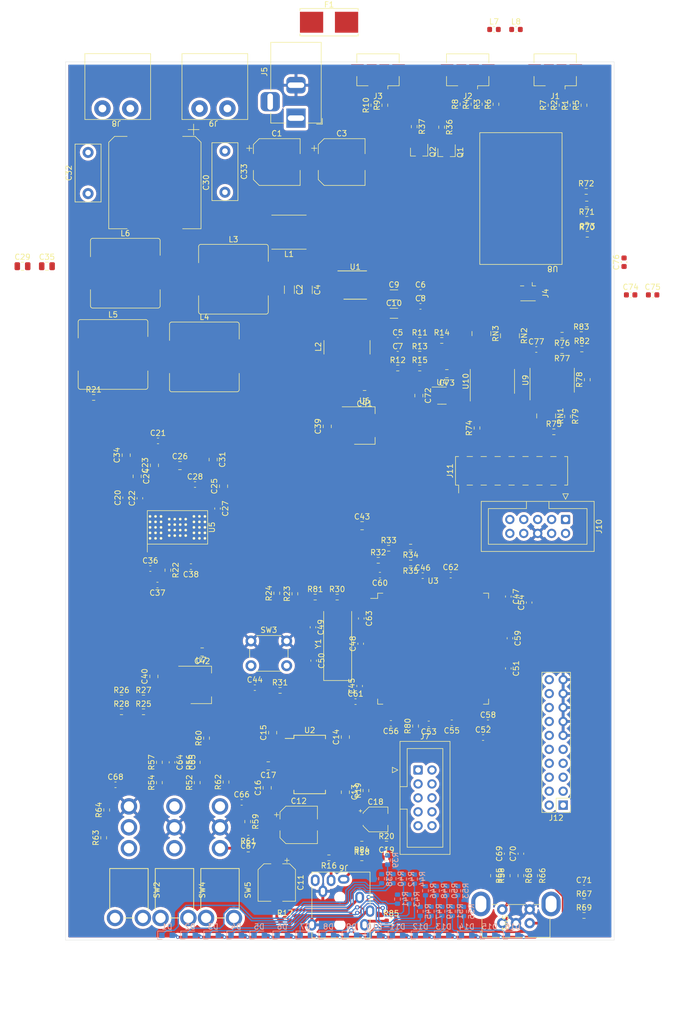
<source format=kicad_pcb>
(kicad_pcb (version 20201116) (generator pcbnew)

  (general
    (thickness 1.6)
  )

  (paper "A4")
  (layers
    (0 "F.Cu" signal)
    (31 "B.Cu" signal)
    (32 "B.Adhes" user "B.Adhesive")
    (33 "F.Adhes" user "F.Adhesive")
    (34 "B.Paste" user)
    (35 "F.Paste" user)
    (36 "B.SilkS" user "B.Silkscreen")
    (37 "F.SilkS" user "F.Silkscreen")
    (38 "B.Mask" user)
    (39 "F.Mask" user)
    (40 "Dwgs.User" user "User.Drawings")
    (41 "Cmts.User" user "User.Comments")
    (42 "Eco1.User" user "User.Eco1")
    (43 "Eco2.User" user "User.Eco2")
    (44 "Edge.Cuts" user)
    (45 "Margin" user)
    (46 "B.CrtYd" user "B.Courtyard")
    (47 "F.CrtYd" user "F.Courtyard")
    (48 "B.Fab" user)
    (49 "F.Fab" user)
  )

  (setup
    (stackup
      (layer "F.SilkS" (type "Top Silk Screen"))
      (layer "F.Paste" (type "Top Solder Paste"))
      (layer "F.Mask" (type "Top Solder Mask") (color "Green") (thickness 0.01))
      (layer "F.Cu" (type "copper") (thickness 0.035))
      (layer "dielectric 1" (type "core") (thickness 1.51) (material "FR4") (epsilon_r 4.5) (loss_tangent 0.02))
      (layer "B.Cu" (type "copper") (thickness 0.035))
      (layer "B.Mask" (type "Bottom Solder Mask") (color "Green") (thickness 0.01))
      (layer "B.Paste" (type "Bottom Solder Paste"))
      (layer "B.SilkS" (type "Bottom Silk Screen"))
      (copper_finish "None")
      (dielectric_constraints no)
    )
    (pcbplotparams
      (layerselection 0x00010fc_ffffffff)
      (disableapertmacros false)
      (usegerberextensions false)
      (usegerberattributes true)
      (usegerberadvancedattributes true)
      (creategerberjobfile true)
      (svguseinch false)
      (svgprecision 6)
      (excludeedgelayer true)
      (plotframeref false)
      (viasonmask false)
      (mode 1)
      (useauxorigin false)
      (hpglpennumber 1)
      (hpglpenspeed 20)
      (hpglpendiameter 15.000000)
      (psnegative false)
      (psa4output false)
      (plotreference true)
      (plotvalue true)
      (plotinvisibletext false)
      (sketchpadsonfab false)
      (subtractmaskfromsilk false)
      (outputformat 1)
      (mirror false)
      (drillshape 1)
      (scaleselection 1)
      (outputdirectory "")
    )
  )


  (net 0 "")
  (net 1 "/~SPK_FAULT")
  (net 2 "/Processor/~RST")
  (net 3 "/Processor/GPIO_I2S_WS")
  (net 4 "/Processor/SWCLK")
  (net 5 "/~SPK_SD")
  (net 6 "/HP_DETECT")
  (net 7 "+5V")
  (net 8 "/Processor/GPIO_I2S_SDO")
  (net 9 "/Processor/SWDIO")
  (net 10 "/BT_MFB")
  (net 11 "/MIC2")
  (net 12 "GND")
  (net 13 "Net-(R58-Pad2)")
  (net 14 "Net-(R59-Pad2)")
  (net 15 "/MIC1")
  (net 16 "Net-(D1-Pad1)")
  (net 17 "Net-(C31-Pad1)")
  (net 18 "Net-(C25-Pad2)")
  (net 19 "Net-(C24-Pad2)")
  (net 20 "Net-(C24-Pad1)")
  (net 21 "Net-(C25-Pad1)")
  (net 22 "Net-(C1-Pad1)")
  (net 23 "/19V_ANALOG")
  (net 24 "Net-(C5-Pad1)")
  (net 25 "Net-(C6-Pad1)")
  (net 26 "Net-(C7-Pad1)")
  (net 27 "Net-(C7-Pad2)")
  (net 28 "Net-(C8-Pad1)")
  (net 29 "+3.3VA")
  (net 30 "Net-(C11-Pad1)")
  (net 31 "Net-(C11-Pad2)")
  (net 32 "Net-(C12-Pad1)")
  (net 33 "Net-(C12-Pad2)")
  (net 34 "Net-(C13-Pad1)")
  (net 35 "/Speaker Amplifier/3.3V")
  (net 36 "Net-(C18-Pad1)")
  (net 37 "Net-(C18-Pad2)")
  (net 38 "Net-(C20-Pad1)")
  (net 39 "Net-(C23-Pad1)")
  (net 40 "Net-(C23-Pad2)")
  (net 41 "Net-(C26-Pad1)")
  (net 42 "Net-(C26-Pad2)")
  (net 43 "Net-(C29-Pad1)")
  (net 44 "Net-(C32-Pad1)")
  (net 45 "Net-(C33-Pad1)")
  (net 46 "Net-(C36-Pad1)")
  (net 47 "Net-(C36-Pad2)")
  (net 48 "Net-(C37-Pad1)")
  (net 49 "Net-(F1-Pad2)")
  (net 50 "Net-(J1-Pad1)")
  (net 51 "Net-(J1-Pad2)")
  (net 52 "Net-(J1-Pad3)")
  (net 53 "/Processor/GPIO_I2S_SDI")
  (net 54 "Net-(J2-Pad1)")
  (net 55 "Net-(J2-Pad2)")
  (net 56 "Net-(J2-Pad3)")
  (net 57 "/Processor/GPIO_I2S_CK")
  (net 58 "no_connect_271")
  (net 59 "Net-(J3-Pad2)")
  (net 60 "Net-(J3-Pad3)")
  (net 61 "no_connect_273")
  (net 62 "no_connect_274")
  (net 63 "/Processor/USB1_DETECT")
  (net 64 "/Processor/USB1_DM")
  (net 65 "/Processor/USB2_DETECT")
  (net 66 "/Processor/USB2_DM")
  (net 67 "/Processor/USB1_DP")
  (net 68 "/Processor/USB2_DP")
  (net 69 "/Bluetooth/USB3_DM")
  (net 70 "/Bluetooth/USB3_DP")
  (net 71 "Net-(R11-Pad1)")
  (net 72 "Net-(R13-Pad1)")
  (net 73 "Net-(R18-Pad2)")
  (net 74 "Net-(R19-Pad2)")
  (net 75 "Net-(R22-Pad1)")
  (net 76 "no_connect_276")
  (net 77 "Net-(D2-Pad1)")
  (net 78 "/BT2")
  (net 79 "/Processor/GPIO_I2S_MCK")
  (net 80 "Net-(J4-Pad1)")
  (net 81 "Net-(J4-Pad2)")
  (net 82 "/BT_SPI{slash}~PCM")
  (net 83 "Net-(R25-Pad2)")
  (net 84 "/Processor/GPIO_SPI_MISO")
  (net 85 "/Processor/EXT_READY")
  (net 86 "/Processor/GPIO_SPI_SCK")
  (net 87 "/Processor/GPIO_SPI_~SS")
  (net 88 "/SDO")
  (net 89 "Net-(R26-Pad2)")
  (net 90 "Net-(D3-Pad1)")
  (net 91 "/Processor/AMP_READY")
  (net 92 "+3V3")
  (net 93 "/BT_P18")
  (net 94 "/BT_P21")
  (net 95 "no_connect_214")
  (net 96 "Net-(C49-Pad2)")
  (net 97 "Net-(C50-Pad2)")
  (net 98 "/Bluetooth/SCL_1V8")
  (net 99 "/AMP_I2S_SDI")
  (net 100 "/AMP_I2S_SDO")
  (net 101 "/BT_P17")
  (net 102 "no_connect_275")
  (net 103 "no_connect_252")
  (net 104 "no_connect_259")
  (net 105 "no_connect_260")
  (net 106 "Net-(J1-Pad5)")
  (net 107 "no_connect_261")
  (net 108 "no_connect_262")
  (net 109 "Net-(R27-Pad2)")
  (net 110 "Net-(R28-Pad2)")
  (net 111 "no_connect_264")
  (net 112 "no_connect_265")
  (net 113 "no_connect_263")
  (net 114 "no_connect_254")
  (net 115 "no_connect_255")
  (net 116 "no_connect_283")
  (net 117 "no_connect_284")
  (net 118 "no_connect_285")
  (net 119 "no_connect_213")
  (net 120 "Net-(J2-Pad5)")
  (net 121 "no_connect_256")
  (net 122 "/AMP_I2S_CK")
  (net 123 "no_connect_218")
  (net 124 "Net-(C52-Pad1)")
  (net 125 "no_connect_216")
  (net 126 "/BT_P16")
  (net 127 "/BT_P6")
  (net 128 "/BT_P7")
  (net 129 "no_connect_225")
  (net 130 "no_connect_226")
  (net 131 "/AMP_I2S_MCK")
  (net 132 "no_connect_227")
  (net 133 "no_connect_228")
  (net 134 "no_connect_230")
  (net 135 "no_connect_231")
  (net 136 "/Bluetooth/SDA_1V8")
  (net 137 "Net-(C54-Pad1)")
  (net 138 "/BT_I2S_WS")
  (net 139 "no_connect_257")
  (net 140 "no_connect_258")
  (net 141 "no_connect_253")
  (net 142 "no_connect_266")
  (net 143 "no_connect_270")
  (net 144 "no_connect_267")
  (net 145 "no_connect_278")
  (net 146 "no_connect_268")
  (net 147 "no_connect_269")
  (net 148 "no_connect_229")
  (net 149 "no_connect_220")
  (net 150 "no_connect_221")
  (net 151 "no_connect_222")
  (net 152 "/BT_I2S_CK")
  (net 153 "/BT_I2S_SDO")
  (net 154 "no_connect_223")
  (net 155 "/AMP_I2S_WS")
  (net 156 "Net-(J11-Pad4)")
  (net 157 "Net-(J11-Pad6)")
  (net 158 "Net-(R52-Pad2)")
  (net 159 "Net-(D4-Pad1)")
  (net 160 "Net-(R54-Pad2)")
  (net 161 "no_connect_224")
  (net 162 "no_connect_279")
  (net 163 "no_connect_280")
  (net 164 "no_connect_281")
  (net 165 "no_connect_282")
  (net 166 "no_connect_277")
  (net 167 "no_connect_219")
  (net 168 "no_connect_232")
  (net 169 "no_connect_236")
  (net 170 "/Processor/GPIO_SPI_MOSI")
  (net 171 "no_connect_233")
  (net 172 "no_connect_234")
  (net 173 "Net-(J11-Pad8)")
  (net 174 "no_connect_217")
  (net 175 "/Bluetooth/3V3_BT")
  (net 176 "no_connect_235")
  (net 177 "no_connect_272")
  (net 178 "no_connect_237")
  (net 179 "no_connect_215")
  (net 180 "/Bluetooth/1V8_BT")
  (net 181 "/Bluetooth/SDO_3V3")
  (net 182 "Net-(J11-Pad10)")
  (net 183 "/Bluetooth/P29_1V8")
  (net 184 "/Bluetooth/P30_1V8")
  (net 185 "/Bluetooth/P18_1V8")
  (net 186 "/Bluetooth/P31_1V8")
  (net 187 "/Bluetooth/P8_1V8")
  (net 188 "/Bluetooth/P9_1V8")
  (net 189 "Net-(J11-Pad12)")
  (net 190 "/Bluetooth/P21_1V8")
  (net 191 "/Bluetooth/SPI{slash}~PCM_1V8")
  (net 192 "/Bluetooth/SDO_1V8")
  (net 193 "/SCL_1")
  (net 194 "/Bluetooth/SDI_1V8")
  (net 195 "/AMP_I2C_SDA")
  (net 196 "Net-(R79-Pad1)")
  (net 197 "Net-(RN1-Pad1)")
  (net 198 "Net-(RN1-Pad2)")
  (net 199 "Net-(RN1-Pad3)")
  (net 200 "Net-(RN1-Pad4)")
  (net 201 "Net-(RN2-Pad5)")
  (net 202 "Net-(R32-Pad2)")
  (net 203 "Net-(RN2-Pad6)")
  (net 204 "no_connect_238")
  (net 205 "no_connect_248")
  (net 206 "no_connect_249")
  (net 207 "no_connect_250")
  (net 208 "/Bluetooth/CK_1V8")
  (net 209 "/Bluetooth/WS_1V8")
  (net 210 "Net-(R60-Pad2)")
  (net 211 "Net-(D5-Pad1)")
  (net 212 "Net-(R63-Pad2)")
  (net 213 "Net-(D6-Pad1)")
  (net 214 "Net-(D7-Pad1)")
  (net 215 "Net-(D8-Pad1)")
  (net 216 "Net-(D9-Pad1)")
  (net 217 "Net-(D10-Pad1)")
  (net 218 "Net-(D11-Pad1)")
  (net 219 "Net-(D12-Pad1)")
  (net 220 "Net-(D13-Pad1)")
  (net 221 "Net-(D14-Pad1)")
  (net 222 "Net-(D15-Pad1)")
  (net 223 "Net-(D16-Pad1)")
  (net 224 "Net-(RN2-Pad7)")
  (net 225 "/VOL0")
  (net 226 "/VOL1")
  (net 227 "/VOL2")
  (net 228 "/VOL3")
  (net 229 "/VOL4")
  (net 230 "/VOL5")
  (net 231 "/VOL6")
  (net 232 "/VOL7")
  (net 233 "/VOL8")
  (net 234 "/VOL9")
  (net 235 "/VOL10")
  (net 236 "/VOL11")
  (net 237 "/VOL12")
  (net 238 "/VOL13")
  (net 239 "/VOL14")
  (net 240 "/BT1")
  (net 241 "/VOL15")
  (net 242 "/ENC_SW")
  (net 243 "Net-(R66-Pad2)")
  (net 244 "/PWR")
  (net 245 "Net-(R67-Pad2)")
  (net 246 "/ENC_A")
  (net 247 "/ENC_B")
  (net 248 "Net-(R30-Pad2)")
  (net 249 "Net-(R80-Pad2)")
  (net 250 "Net-(R82-Pad1)")
  (net 251 "Net-(J6-PadS)")
  (net 252 "Net-(J6-PadR2)")
  (net 253 "Net-(R83-Pad1)")
  (net 254 "no_connect_251")
  (net 255 "/IR")
  (net 256 "/FRONT_SCLK")
  (net 257 "/FRONT_RCLK")
  (net 258 "/FRONT_MOSI")
  (net 259 "no_connect_239")
  (net 260 "no_connect_240")
  (net 261 "/FRONT_~RST")
  (net 262 "no_connect_241")
  (net 263 "Net-(RN2-Pad8)")
  (net 264 "Net-(RN3-Pad5)")
  (net 265 "no_connect_242")
  (net 266 "no_connect_243")
  (net 267 "Net-(RN3-Pad6)")
  (net 268 "Net-(RN3-Pad7)")
  (net 269 "Net-(RN3-Pad8)")
  (net 270 "no_connect_244")
  (net 271 "/SDO_1")
  (net 272 "/SCL")
  (net 273 "/SDA")
  (net 274 "no_connect_245")
  (net 275 "/Bluetooth/P17_1V8")
  (net 276 "/Bluetooth/P16_1V8")
  (net 277 "/Bluetooth/P7_1V8")
  (net 278 "/Bluetooth/P6_1V8")
  (net 279 "/P31")
  (net 280 "/P8")
  (net 281 "/P9")
  (net 282 "/P29")
  (net 283 "/P30")
  (net 284 "no_connect_246")
  (net 285 "no_connect_247")

  (footprint "Resistor_SMD:R_0603_1608Metric" (layer "F.Cu") (at 137.45 32.725 90))

  (footprint "Resistor_SMD:R_0603_1608Metric" (layer "F.Cu") (at 139.45 32.725 90))

  (footprint "Resistor_SMD:R_0603_1608Metric" (layer "F.Cu") (at 143.45 32.725 90))

  (footprint "Resistor_SMD:R_0603_1608Metric" (layer "F.Cu") (at 157.5 32.9 90))

  (footprint "Connector_USB:USB_Micro-B_Amphenol_10104110_Horizontal" (layer "F.Cu") (at 138.3 27.7 180))

  (footprint "Package_QFP:LQFP-144_20x20mm_P0.5mm" (layer "F.Cu") (at 132 131.9))

  (footprint "Connector_USB:USB_Micro-B_Amphenol_10104110_Horizontal" (layer "F.Cu") (at 121.95 27.7 180))

  (footprint "Resistor_SMD:R_0603_1608Metric" (layer "F.Cu") (at 159.5 32.9 90))

  (footprint "Resistor_SMD:R_0603_1608Metric" (layer "F.Cu") (at 153.5 32.9 90))

  (footprint "Resistor_SMD:R_0603_1608Metric" (layer "F.Cu") (at 123.2 32.9 90))

  (footprint "Resistor_SMD:R_0603_1608Metric" (layer "F.Cu") (at 155.5 32.9 90))

  (footprint "Resistor_SMD:R_0603_1608Metric" (layer "F.Cu") (at 141.45 32.725 90))

  (footprint "Package_SO:SSOP-28_5.3x10.2mm_P0.65mm" (layer "F.Cu") (at 109.5 153))

  (footprint "Package_SO:Diodes_SO-8EP" (layer "F.Cu") (at 117.8025 65.655))

  (footprint "Connector_USB:USB_Micro-B_Amphenol_10104110_Horizontal" (layer "F.Cu") (at 154.25 27.7 180))

  (footprint "Resistor_SMD:R_0603_1608Metric" (layer "F.Cu") (at 121.2 32.9 90))

  (footprint "Connector_BarrelJack:BarrelJack_Horizontal" (layer "F.Cu") (at 107 35.25 -90))

  (footprint "Capacitor_SMD:C_0805_2012Metric" (layer "F.Cu") (at 116 158.05 -90))

  (footprint "Capacitor_SMD:C_0805_2012Metric" (layer "F.Cu") (at 116 148 90))

  (footprint "Capacitor_SMD:C_0805_2012Metric" (layer "F.Cu") (at 102.75 147.2 90))

  (footprint "Resistor_SMD:R_0603_1608Metric" (layer "F.Cu") (at 113 170 180))

  (footprint "Resistor_SMD:R_0603_1608Metric" (layer "F.Cu") (at 105 181.5))

  (footprint "Capacitor_SMD:C_0805_2012Metric" (layer "F.Cu") (at 101.75 157.25 90))

  (footprint "Capacitor_SMD:C_0805_2012Metric" (layer "F.Cu") (at 101.95 153.25 180))

  (footprint "Capacitor_SMD:C_0603_1608Metric" (layer "F.Cu") (at 125.55 75.75))

  (footprint "Capacitor_SMD:C_0603_1608Metric" (layer "F.Cu") (at 125.55 78.26))

  (footprint "Resistor_SMD:R_0603_1608Metric" (layer "F.Cu") (at 129.56 75.75))

  (footprint "Resistor_SMD:R_0603_1608Metric" (layer "F.Cu") (at 125.55 80.77))

  (footprint "Resistor_SMD:R_0603_1608Metric" (layer "F.Cu") (at 129.56 78.26))

  (footprint "Resistor_SMD:R_0603_1608Metric" (layer "F.Cu") (at 133.57 75.75))

  (footprint "Resistor_SMD:R_0603_1608Metric" (layer "F.Cu") (at 129.56 80.77))

  (footprint "Resistor_SMD:R_0603_1608Metric" (layer "F.Cu") (at 119.75 157.75 90))

  (footprint "Resistor_SMD:R_0603_1608Metric" (layer "F.Cu") (at 123.5 167.5))

  (footprint "Resistor_SMD:R_0603_1608Metric" (layer "F.Cu") (at 119 167.5 180))

  (footprint "Capacitor_SMD:CP_Elec_8x10" (layer "F.Cu") (at 103.5 43.25))

  (footprint "Capacitor_SMD:C_1206_3216Metric" (layer "F.Cu") (at 105.8 66.5 -90))

  (footprint "Capacitor_SMD:CP_Elec_8x10" (layer "F.Cu") (at 115.33 43.25))

  (footprint "Capacitor_SMD:C_1206_3216Metric" (layer "F.Cu") (at 109.05 66.525 -90))

  (footprint "Inductor_SMD:L_Bourns-SRN8040_8x8.15mm" (layer "F.Cu") (at 116.3 77 90))

  (footprint "Capacitor_SMD:C_0603_1608Metric" (layer "F.Cu") (at 123.5 170))

  (footprint "Inductor_SMD:L_Taiyo-Yuden_NR-60xx" (layer "F.Cu") (at 105.72 56.02 180))

  (footprint "Capacitor_SMD:CP_Elec_6.3x7.7" (layer "F.Cu") (at 103.5 174.5 -90))

  (footprint "Capacitor_SMD:CP_Elec_6.3x7.7" (layer "F.Cu")
    (tedit 5BCA39D0) (tstamp 00000000-0000-0000-0000-00005fb07a2f)
    (at 107.5 164)
    (descr "SMD capacitor, aluminum electrolytic, Nichicon, 6.3x7.7mm")
    (tags "capacitor electrolytic")
    (property "Dateiname Blatt" "headphone-amp.kicad_sch")
    (property "Schaltplanname" "Headphone Amplifier")
    (path "/00000000-0000-0000-0000-00005fa5bd36/00000000-0000-0000-0000-00005fb761de")
    (attr smd)
    (fp_text reference "C12" (at 0 -4.35) (layer "F.SilkS")
      (effects (font (size 1 1) (thickness 0.15)))
      (tstamp a64ec2c1-a9af-4f7b-9a31-eb3f672f9902)
    )
    (fp_text value "220uF" (at 0 4.35) (layer "F.Fab")
      (effects (font (size 1 1) (thickness 0.15)))
      (tstamp 1ff3873f-285a-4a30-8ebc-7b3fe0bb7981)
    )
    (fp_text user "${REFERENCE}" (at 0 0) (layer "F.Fab")
      (effects (font (size 1 1) (thickness 0.15)))
      (tstamp 8ed30ed8-073e-464f-99ee-ca229a6b2865)
    )
    (fp_line (start -3.41 -2.345563) (end -2.345563 -3.41) (layer "F.SilkS") (width 0.12) (tstamp 0a04f58f-f25e-4841-a9e7-22e05aac0664))
    (fp_line (start -3.41 2.345563) (end -3.41 1.06) (layer "F.SilkS") (width 0.12) (tstamp 1b422f8d-be42-48a9-affe-79513a3cefbc))
    (fp_line (start -4.4375 -1.8475) (end -3.65 -1.8475) (layer "F.SilkS") (width 0.12) (tstamp 404e15e4-75a8-451f-b270-8ca63c21e5ea))
    (fp_line (start -3.41 2.345563) (end -2.345563 3.41) (layer "F.SilkS") (width 0.12) (tstamp 4a4a0e66-8d00-4129-a8b7-2a7c23a810d8))
    (fp_line (start -2.345563 3.41) (end 3.41 3.41) (layer "F.SilkS") (width 0.12) (tstamp 774834b8-af25-4cf6-9b6f-d36bb8d416fe))
    (fp_line (start -3.41 -2.345563) (end -3.41 -1.06) (layer "F.SilkS") (width 0.12) (tstamp b43ee947-ce47-4858-8a25-51145111d02a))
    (fp_line (start -4.04375 -2.24125) (end -4.04375 -1.45375) (layer "F.SilkS") (width 0.12) (tstamp baadaa39-51b0-4a8e-9821-30a306f5e2b3))
    (fp_line (start 3.41 3.41) (end 3.41 1.06) (layer "F.SilkS") (width 0.12) (tstamp c4f6964a-2a9f-4747-9df5-c7d6251efc0e))
    (fp_line (start -2.345563 -3.41) (end 3.41 -3.41) (layer "F.SilkS") (width 0.12) (tstamp ef31840f-676c-488c-bcdd-a2f27b177c05))
    (fp_line (start 3.41 -3.41) (end 3.41 -1.06) (layer "F.SilkS") (width 0.12) (tstamp f89c8ffd-66d6-4115-ad38-957fd1ff2750))
    (fp_line (start -3.55 1.05) (end -3.55 2.4) (layer "F.CrtYd") (width 0.05) (tstamp 00f3fa49-15ac-44b5-b0f0-780f62509497))
    (fp_line (start -3.55 2.4) (end -2.4 3.55) (layer "F.CrtYd") (width 0.05) (tstamp 240ba7eb-ba9b-41e5-af5b-a7679702b7fc))
    (fp_line (start -2.4 -3.55) (end 3.55 -3.55) (layer "F.CrtYd") (width 0.05) (tstamp 2d11a6c9-5f86-477c-8203-11e110d329e1))
    (fp_line (start -2.4 3.55) (end 3.55 3.55) (layer "F.CrtYd") (width 0.05) (tstamp 3676573c-d5a4-4c6a-a865-ae272e6978e8))
    (fp_line (start 4.7 1.05) (end 3.55 1.05) (layer "F.CrtYd") (width 0.05) (tstamp 3a8a257d-8c60-47ec-aff4-6afe653c1dc5))
    (fp_line (start 4.7 -1.05) (end 4.7 1.05) (layer "F.CrtYd") (width 0.05) (tstamp 4bfe7822-d9fd-4a74-9e8a-751c8c89554b))
    (fp_line (start -4.7 -1.05) (end -4.7 1.05) (layer "F.CrtYd") (width 0.05) (tstamp 58db7c31-e7a0-4b58-8db8-3b2cc7c00506))
    (fp_line (start -3.55 -1.05) (end -4.7 -1.05) (layer "F.CrtYd") (width 0.05) (tstamp 656e4b2f-747b-447d-95b5-580b4c2915fe))
    (fp_line (start 3.55 -3.55) (end 3.55 -1.05) (layer "F.CrtYd") (width 0.05) (tstamp 6ec90fdb-7c31-44f9-98c4-76550
... [3569333 chars truncated]
</source>
